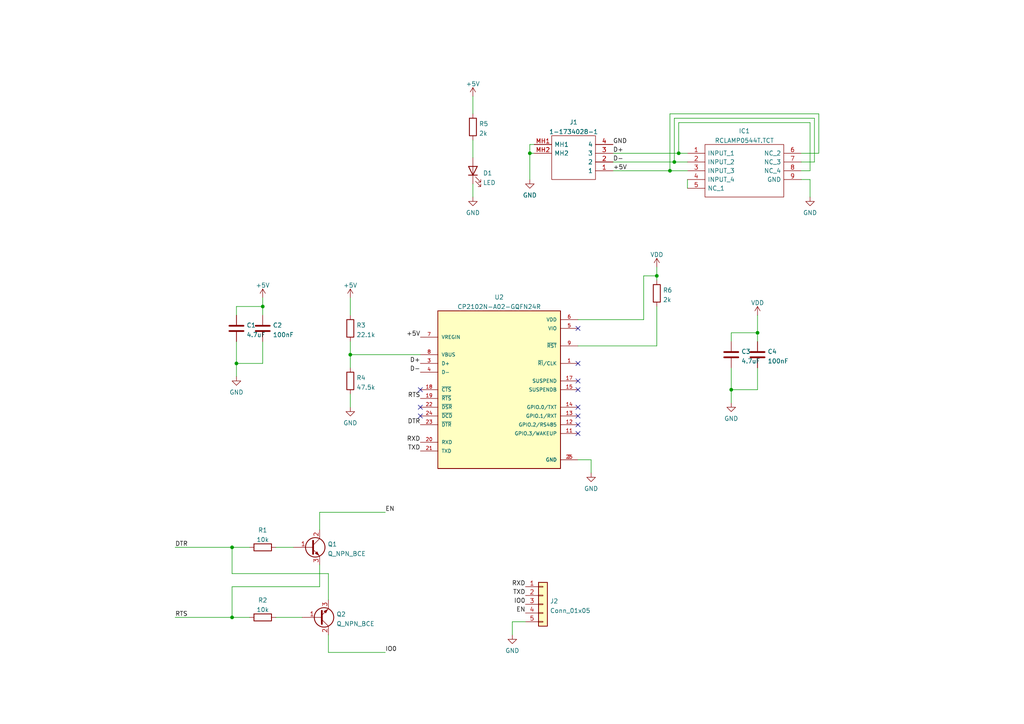
<source format=kicad_sch>
(kicad_sch (version 20211123) (generator eeschema)
  (paper "A4")
  (lib_symbols
    (symbol "Connector_Generic:Conn_01x05" (pin_names (offset 1.016) hide)
      (property "Reference" "J" (at 0 7.62 0))
      (property "Value" "Conn_01x05" (at 0 -7.62 0))
      (symbol "Conn_01x05_1_1"
        (rectangle (start -1.27 -4.953) (end 0 -5.207) (stroke (width 0.1524)))
        (rectangle (start -1.27 -2.413) (end 0 -2.667) (stroke (width 0.1524)))
        (rectangle (start -1.27 0.127) (end 0 -0.127) (stroke (width 0.1524)))
        (rectangle (start -1.27 2.667) (end 0 2.413) (stroke (width 0.1524)))
        (rectangle (start -1.27 5.207) (end 0 4.953) (stroke (width 0.1524)))
        (rectangle (start -1.27 6.35) (end 1.27 -6.35) (stroke (width 0.254)) (fill (type background)))
        (pin passive line (at -5.08 5.08 0) (length 3.81) (name "Pin_1") (number "1"))
        (pin passive line (at -5.08 2.54 0) (length 3.81) (name "Pin_2") (number "2"))
        (pin passive line (at -5.08 0 0) (length 3.81) (name "Pin_3") (number "3"))
        (pin passive line (at -5.08 -2.54 0) (length 3.81) (name "Pin_4") (number "4"))
        (pin passive line (at -5.08 -5.08 0) (length 3.81) (name "Pin_5") (number "5"))
      )
    )
    (symbol "Device:C" (pin_numbers hide) (pin_names (offset 0.254))
      (property "Reference" "C" (at 0.635 2.54 0))
      (property "Value" "C" (at 0.635 -2.54 0))
      (symbol "C_0_1"
        (polyline (pts (xy -2.032 -0.762) (xy 2.032 -0.762)) (stroke (width 0.508)))
        (polyline (pts (xy -2.032 0.762) (xy 2.032 0.762)) (stroke (width 0.508)))
      )
      (symbol "C_1_1"
        (pin passive line (at 0 3.81 270) (length 2.794) (name "~") (number "1"))
        (pin passive line (at 0 -3.81 90) (length 2.794) (name "~") (number "2"))
      )
    )
    (symbol "Device:LED" (pin_numbers hide) (pin_names (offset 1.016) hide)
      (property "Reference" "D" (at 0 2.54 0))
      (property "Value" "LED" (at 0 -2.54 0))
      (symbol "LED_0_1"
        (polyline (pts (xy -1.27 -1.27) (xy -1.27 1.27)) (stroke (width 0.254)))
        (polyline (pts (xy -1.27 0) (xy 1.27 0)))
        (polyline (pts (xy 1.27 -1.27) (xy 1.27 1.27) (xy -1.27 0) (xy 1.27 -1.27)) (stroke (width 0.254)))
        (polyline (pts (xy -3.048 -0.762) (xy -4.572 -2.286) (xy -3.81 -2.286) (xy -4.572 -2.286) (xy -4.572 -1.524)))
        (polyline (pts (xy -1.778 -0.762) (xy -3.302 -2.286) (xy -2.54 -2.286) (xy -3.302 -2.286) (xy -3.302 -1.524)))
      )
      (symbol "LED_1_1"
        (pin passive line (at -3.81 0 0) (length 2.54) (name "K") (number "1"))
        (pin passive line (at 3.81 0 180) (length 2.54) (name "A") (number "2"))
      )
    )
    (symbol "Device:Q_NPN_BCE" (pin_names (offset 0) hide)
      (property "Reference" "Q" (at 5.08 1.27 0))
      (property "Value" "Q_NPN_BCE" (at 5.08 -1.27 0))
      (symbol "Q_NPN_BCE_0_1"
        (polyline (pts (xy 0.635 0.635) (xy 2.54 2.54)))
        (polyline (pts (xy 0.635 -0.635) (xy 2.54 -2.54) (xy 2.54 -2.54)))
        (polyline (pts (xy 0.635 1.905) (xy 0.635 -1.905) (xy 0.635 -1.905)) (stroke (width 0.508)))
        (polyline (pts (xy 1.27 -1.778) (xy 1.778 -1.27) (xy 2.286 -2.286) (xy 1.27 -1.778) (xy 1.27 -1.778)) (fill (type outline)))
        (circle (center 1.27 0) (radius 2.8194) (stroke (width 0.254)))
      )
      (symbol "Q_NPN_BCE_1_1"
        (pin input line (at -5.08 0 0) (length 5.715) (name "B") (number "1"))
        (pin passive line (at 2.54 5.08 270) (length 2.54) (name "C") (number "2"))
        (pin passive line (at 2.54 -5.08 90) (length 2.54) (name "E") (number "3"))
      )
    )
    (symbol "Device:R" (pin_numbers hide) (pin_names (offset 0))
      (property "Reference" "R" (at 2.032 0 90))
      (property "Value" "R" (at 0 0 90))
      (symbol "R_0_1"
        (rectangle (start -1.016 -2.54) (end 1.016 2.54) (stroke (width 0.254)))
      )
      (symbol "R_1_1"
        (pin passive line (at 0 3.81 270) (length 1.27) (name "~") (number "1"))
        (pin passive line (at 0 -3.81 90) (length 1.27) (name "~") (number "2"))
      )
    )
    (symbol "ESP32_programmer:1-1734028-1" (pin_names (offset 0.762))
      (property "Reference" "J" (at 19.05 7.62 0))
      (property "Value" "1-1734028-1" (at 19.05 5.08 0))
      (symbol "1-1734028-1_0_0"
        (pin passive line (at 22.86 -7.62 180) (length 5.08) (name "1") (number "1"))
        (pin passive line (at 22.86 -5.08 180) (length 5.08) (name "2") (number "2"))
        (pin passive line (at 22.86 -2.54 180) (length 5.08) (name "3") (number "3"))
        (pin passive line (at 22.86 0 180) (length 5.08) (name "4") (number "4"))
        (pin passive line (at 0 0 0) (length 5.08) (name "MH1") (number "MH1"))
        (pin passive line (at 0 -2.54 0) (length 5.08) (name "MH2") (number "MH2"))
      )
      (symbol "1-1734028-1_0_1"
        (polyline (pts (xy 5.08 2.54) (xy 17.78 2.54) (xy 17.78 -10.16) (xy 5.08 -10.16) (xy 5.08 2.54)) (stroke (width 0.1524)))
      )
    )
    (symbol "ESP32_programmer:CP2102N-A02-GQFN24R" (pin_names (offset 1.016))
      (property "Reference" "U" (at -17.78 23.8506 0))
      (property "Value" "CP2102N-A02-GQFN24R" (at -17.78 -25.4 0))
      (symbol "CP2102N-A02-GQFN24R_0_0"
        (rectangle (start -17.78 -22.86) (end 17.78 22.86) (stroke (width 0.254)) (fill (type background)))
        (pin bidirectional line (at 22.86 7.62 180) (length 5.08) (name "~{RI}/CLK") (number "1"))
        (pin bidirectional line (at 22.86 -12.7 180) (length 5.08) (name "GPIO.3/WAKEUP") (number "11"))
        (pin bidirectional line (at 22.86 -10.16 180) (length 5.08) (name "GPIO.2/RS485") (number "12"))
        (pin bidirectional line (at 22.86 -7.62 180) (length 5.08) (name "GPIO.1/RXT") (number "13"))
        (pin bidirectional line (at 22.86 -5.08 180) (length 5.08) (name "GPIO.0/TXT") (number "14"))
        (pin output line (at 22.86 0 180) (length 5.08) (name "SUSPENDB") (number "15"))
        (pin output line (at 22.86 2.54 180) (length 5.08) (name "SUSPEND") (number "17"))
        (pin input line (at -22.86 0 0) (length 5.08) (name "~{CTS}") (number "18"))
        (pin output line (at -22.86 -2.54 0) (length 5.08) (name "~{RTS}") (number "19"))
        (pin power_in line (at 22.86 -20.32 180) (length 5.08) (name "GND") (number "2"))
        (pin input line (at -22.86 -15.24 0) (length 5.08) (name "RXD") (number "20"))
        (pin output line (at -22.86 -17.78 0) (length 5.08) (name "TXD") (number "21"))
        (pin input line (at -22.86 -5.08 0) (length 5.08) (name "~{DSR}") (number "22"))
        (pin output line (at -22.86 -10.16 0) (length 5.08) (name "~{DTR}") (number "23"))
        (pin input line (at -22.86 -7.62 0) (length 5.08) (name "~{DCD}") (number "24"))
        (pin power_in line (at 22.86 -20.32 180) (length 5.08) (name "GND") (number "25"))
        (pin bidirectional line (at -22.86 7.62 0) (length 5.08) (name "D+") (number "3"))
        (pin bidirectional line (at -22.86 5.08 0) (length 5.08) (name "D-") (number "4"))
        (pin power_in line (at 22.86 17.78 180) (length 5.08) (name "VIO") (number "5"))
        (pin power_in line (at 22.86 20.32 180) (length 5.08) (name "VDD") (number "6"))
        (pin input line (at -22.86 15.24 0) (length 5.08) (name "VREGIN") (number "7"))
        (pin input line (at -22.86 10.16 0) (length 5.08) (name "VBUS") (number "8"))
        (pin bidirectional line (at 22.86 12.7 180) (length 5.08) (name "~{RST}") (number "9"))
      )
    )
    (symbol "ESP32_programmer:RCLAMP0544T.TCT" (pin_names (offset 0.762))
      (property "Reference" "IC" (at 29.21 7.62 0))
      (property "Value" "RCLAMP0544T.TCT" (at 29.21 5.08 0))
      (symbol "RCLAMP0544T.TCT_0_0"
        (pin passive line (at 0 0 0) (length 5.08) (name "INPUT_1") (number "1"))
        (pin passive line (at 0 -2.54 0) (length 5.08) (name "INPUT_2") (number "2"))
        (pin passive line (at 0 -5.08 0) (length 5.08) (name "INPUT_3") (number "3"))
        (pin passive line (at 0 -7.62 0) (length 5.08) (name "INPUT_4") (number "4"))
        (pin passive line (at 0 -10.16 0) (length 5.08) (name "NC_1") (number "5"))
        (pin passive line (at 33.02 0 180) (length 5.08) (name "NC_2") (number "6"))
        (pin passive line (at 33.02 -2.54 180) (length 5.08) (name "NC_3") (number "7"))
        (pin passive line (at 33.02 -5.08 180) (length 5.08) (name "NC_4") (number "8"))
        (pin passive line (at 33.02 -7.62 180) (length 5.08) (name "GND") (number "9"))
      )
      (symbol "RCLAMP0544T.TCT_0_1"
        (polyline (pts (xy 5.08 2.54) (xy 27.94 2.54) (xy 27.94 -12.7) (xy 5.08 -12.7) (xy 5.08 2.54)) (stroke (width 0.1524)))
      )
    )
    (symbol "power:+5V" (power) (pin_names (offset 0))
      (property "Value" "+5V" (at 0 3.556 0))
      (symbol "+5V_0_1"
        (polyline (pts (xy -0.762 1.27) (xy 0 2.54)))
        (polyline (pts (xy 0 0) (xy 0 2.54)))
        (polyline (pts (xy 0 2.54) (xy 0.762 1.27)))
      )
      (symbol "+5V_1_1"
        (pin power_in line (at 0 0 90) (length 0) hide (name "+5V") (number "1"))
      )
    )
    (symbol "power:GND" (power) (pin_names (offset 0))
      (property "Value" "GND" (at 0 -3.81 0))
      (symbol "GND_0_1"
        (polyline (pts (xy 0 0) (xy 0 -1.27) (xy 1.27 -1.27) (xy 0 -2.54) (xy -1.27 -1.27) (xy 0 -1.27)))
      )
      (symbol "GND_1_1"
        (pin power_in line (at 0 0 270) (length 0) hide (name "GND") (number "1"))
      )
    )
    (symbol "power:VDD" (power) (pin_names (offset 0))
      (property "Value" "VDD" (at 0 3.81 0))
      (symbol "VDD_0_1"
        (polyline (pts (xy -0.762 1.27) (xy 0 2.54)))
        (polyline (pts (xy 0 0) (xy 0 2.54)))
        (polyline (pts (xy 0 2.54) (xy 0.762 1.27)))
      )
      (symbol "VDD_1_1"
        (pin power_in line (at 0 0 90) (length 0) hide (name "VDD") (number "1"))
      )
    )
  )
  (junction (at 68.58 105.41))
  (junction (at 76.2 88.9))
  (junction (at 101.6 102.87))
  (junction (at 219.71 96.52))
  (junction (at 196.85 44.45))
  (junction (at 67.31 179.07))
  (junction (at 212.09 113.03))
  (junction (at 195.58 46.99))
  (junction (at 194.31 49.53))
  (junction (at 153.67 44.45))
  (junction (at 67.31 158.75))
  (junction (at 190.5 80.01))
  (no_connect (at 167.64 118.11))
  (no_connect (at 167.64 120.65))
  (no_connect (at 167.64 123.19))
  (no_connect (at 167.64 125.73))
  (no_connect (at 167.64 113.03))
  (no_connect (at 167.64 110.49))
  (no_connect (at 167.64 105.41))
  (no_connect (at 167.64 95.25))
  (no_connect (at 121.92 113.03))
  (no_connect (at 121.92 118.11))
  (no_connect (at 121.92 120.65))
  (wire (pts (xy 195.58 46.99) (xy 195.58 34.29)))
  (wire (pts (xy 95.25 189.23) (xy 111.76 189.23)))
  (wire (pts (xy 186.69 92.71) (xy 186.69 80.01)))
  (wire (pts (xy 67.31 166.37) (xy 67.31 158.75)))
  (wire (pts (xy 196.85 35.56) (xy 234.95 35.56)))
  (wire (pts (xy 196.85 44.45) (xy 199.39 44.45)))
  (wire (pts (xy 76.2 86.36) (xy 76.2 88.9)))
  (wire (pts (xy 95.25 173.99) (xy 95.25 166.37)))
  (wire (pts (xy 121.92 102.87) (xy 101.6 102.87)))
  (wire (pts (xy 68.58 99.06) (xy 68.58 105.41)))
  (wire (pts (xy 194.31 49.53) (xy 199.39 49.53)))
  (wire (pts (xy 177.8 46.99) (xy 195.58 46.99)))
  (wire (pts (xy 101.6 99.06) (xy 101.6 102.87)))
  (wire (pts (xy 153.67 44.45) (xy 153.67 52.07)))
  (wire (pts (xy 80.01 158.75) (xy 85.09 158.75)))
  (wire (pts (xy 212.09 106.68) (xy 212.09 113.03)))
  (wire (pts (xy 232.41 52.07) (xy 234.95 52.07)))
  (wire (pts (xy 177.8 44.45) (xy 196.85 44.45)))
  (wire (pts (xy 177.8 49.53) (xy 194.31 49.53)))
  (wire (pts (xy 92.71 170.18) (xy 67.31 170.18)))
  (wire (pts (xy 137.16 40.64) (xy 137.16 45.72)))
  (wire (pts (xy 171.45 133.35) (xy 171.45 137.16)))
  (wire (pts (xy 236.22 34.29) (xy 236.22 46.99)))
  (wire (pts (xy 80.01 179.07) (xy 87.63 179.07)))
  (wire (pts (xy 194.31 49.53) (xy 194.31 33.02)))
  (wire (pts (xy 195.58 46.99) (xy 199.39 46.99)))
  (wire (pts (xy 67.31 179.07) (xy 72.39 179.07)))
  (wire (pts (xy 137.16 53.34) (xy 137.16 57.15)))
  (wire (pts (xy 137.16 27.94) (xy 137.16 33.02)))
  (wire (pts (xy 234.95 52.07) (xy 234.95 57.15)))
  (wire (pts (xy 95.25 184.15) (xy 95.25 189.23)))
  (wire (pts (xy 190.5 88.9) (xy 190.5 100.33)))
  (wire (pts (xy 101.6 114.3) (xy 101.6 118.11)))
  (wire (pts (xy 153.67 44.45) (xy 154.94 44.45)))
  (wire (pts (xy 68.58 105.41) (xy 68.58 109.22)))
  (wire (pts (xy 68.58 91.44) (xy 68.58 88.9)))
  (wire (pts (xy 154.94 41.91) (xy 153.67 41.91)))
  (wire (pts (xy 50.8 158.75) (xy 67.31 158.75)))
  (wire (pts (xy 68.58 105.41) (xy 76.2 105.41)))
  (wire (pts (xy 68.58 88.9) (xy 76.2 88.9)))
  (wire (pts (xy 152.4 180.34) (xy 148.59 180.34)))
  (wire (pts (xy 101.6 102.87) (xy 101.6 106.68)))
  (wire (pts (xy 153.67 41.91) (xy 153.67 44.45)))
  (wire (pts (xy 196.85 44.45) (xy 196.85 35.56)))
  (wire (pts (xy 92.71 163.83) (xy 92.71 170.18)))
  (wire (pts (xy 194.31 33.02) (xy 237.49 33.02)))
  (wire (pts (xy 212.09 113.03) (xy 212.09 116.84)))
  (wire (pts (xy 237.49 33.02) (xy 237.49 44.45)))
  (wire (pts (xy 167.64 92.71) (xy 186.69 92.71)))
  (wire (pts (xy 212.09 99.06) (xy 212.09 96.52)))
  (wire (pts (xy 92.71 148.59) (xy 111.76 148.59)))
  (wire (pts (xy 219.71 113.03) (xy 219.71 106.68)))
  (wire (pts (xy 92.71 153.67) (xy 92.71 148.59)))
  (wire (pts (xy 50.8 179.07) (xy 67.31 179.07)))
  (wire (pts (xy 236.22 46.99) (xy 232.41 46.99)))
  (wire (pts (xy 190.5 100.33) (xy 167.64 100.33)))
  (wire (pts (xy 67.31 170.18) (xy 67.31 179.07)))
  (wire (pts (xy 148.59 180.34) (xy 148.59 184.15)))
  (wire (pts (xy 199.39 52.07) (xy 199.39 54.61)))
  (wire (pts (xy 167.64 133.35) (xy 171.45 133.35)))
  (wire (pts (xy 76.2 105.41) (xy 76.2 99.06)))
  (wire (pts (xy 212.09 113.03) (xy 219.71 113.03)))
  (wire (pts (xy 186.69 80.01) (xy 190.5 80.01)))
  (wire (pts (xy 95.25 166.37) (xy 67.31 166.37)))
  (wire (pts (xy 212.09 96.52) (xy 219.71 96.52)))
  (wire (pts (xy 219.71 96.52) (xy 219.71 99.06)))
  (wire (pts (xy 195.58 34.29) (xy 236.22 34.29)))
  (wire (pts (xy 219.71 91.44) (xy 219.71 96.52)))
  (wire (pts (xy 76.2 88.9) (xy 76.2 91.44)))
  (wire (pts (xy 190.5 77.47) (xy 190.5 80.01)))
  (wire (pts (xy 234.95 35.56) (xy 234.95 49.53)))
  (wire (pts (xy 190.5 80.01) (xy 190.5 81.28)))
  (wire (pts (xy 234.95 49.53) (xy 232.41 49.53)))
  (wire (pts (xy 237.49 44.45) (xy 232.41 44.45)))
  (wire (pts (xy 67.31 158.75) (xy 72.39 158.75)))
  (wire (pts (xy 101.6 91.44) (xy 101.6 86.36)))
  (label "DTR" (at 121.92 123.19 180))
  (label "TXD" (at 121.92 130.81 180))
  (label "RXD" (at 152.4 170.18 180))
  (label "D+" (at 121.92 105.41 180))
  (label "IO0" (at 152.4 175.26 180))
  (label "EN" (at 111.76 148.59 0))
  (label "IO0" (at 111.76 189.23 0))
  (label "TXD" (at 152.4 172.72 180))
  (label "EN" (at 152.4 177.8 180))
  (label "D-" (at 177.8 46.99 0))
  (label "D-" (at 121.92 107.95 180))
  (label "RTS" (at 121.92 115.57 180))
  (label "+5V" (at 177.8 49.53 0))
  (label "D+" (at 177.8 44.45 0))
  (label "+5V" (at 121.92 97.79 180))
  (label "RTS" (at 50.8 179.07 0))
  (label "DTR" (at 50.8 158.75 0))
  (label "RXD" (at 121.92 128.27 180))
  (label "GND" (at 177.8 41.91 0))
  (symbol (lib_id "Device:C") (at 68.58 95.25 0) (unit 1)
    (property "Reference" "C1" (at 71.501 94.3415 0) (effects (justify left)))
    (property "Value" "4.7uF" (at 71.501 97.1166 0) (effects (justify left)))
    (property "Footprint" "Capacitor_SMD:C_1206_3216Metric" (effects hide))
  )
  (symbol (lib_id "Device:R") (at 101.6 110.49 0) (unit 1)
    (property "Reference" "R4" (at 103.378 109.5815 0) (effects (justify left)))
    (property "Value" "47.5k" (at 103.378 112.3566 0) (effects (justify left)))
    (property "Footprint" "Resistor_SMD:R_1206_3216Metric" (effects hide))
  )
  (symbol (lib_id "power:GND") (at 153.67 52.07 0) (unit 1)
    (property "Reference" "#PWR0101" (effects hide))
    (property "Value" "GND" (at 153.67 56.6325 0))
  )
  (symbol (lib_id "Device:Q_NPN_BCE") (at 92.71 179.07 0) (mirror x) (unit 1)
    (property "Reference" "Q2" (at 97.5614 178.1615 0) (effects (justify left)))
    (property "Value" "Q_NPN_BCE" (at 97.5614 180.9366 0) (effects (justify left)))
    (property "Footprint" "Package_TO_SOT_SMD:SOT-23" (effects hide))
  )
  (symbol (lib_id "power:GND") (at 137.16 57.15 0) (unit 1)
    (property "Reference" "#PWR0107" (effects hide))
    (property "Value" "GND" (at 137.16 61.7125 0))
  )
  (symbol (lib_id "Device:C") (at 219.71 102.87 0) (unit 1)
    (property "Reference" "C4" (at 222.631 101.9615 0) (effects (justify left)))
    (property "Value" "100nF" (at 222.631 104.7366 0) (effects (justify left)))
    (property "Footprint" "Capacitor_SMD:C_1206_3216Metric" (effects hide))
  )
  (symbol (lib_id "power:VDD") (at 190.5 77.47 0) (unit 1)
    (property "Reference" "#PWR0102" (effects hide))
    (property "Value" "VDD" (at 190.5 73.8655 0))
  )
  (symbol (lib_id "power:+5V") (at 76.2 86.36 0) (unit 1)
    (property "Reference" "#PWR0113" (effects hide))
    (property "Value" "+5V" (at 76.2 82.7555 0))
  )
  (symbol (lib_id "power:VDD") (at 219.71 91.44 0) (unit 1)
    (property "Reference" "#PWR0105" (effects hide))
    (property "Value" "VDD" (at 219.71 87.8355 0))
  )
  (symbol (lib_id "ESP32_programmer:1-1734028-1") (at 154.94 41.91 0) (unit 1)
    (property "Reference" "J1" (at 166.37 35.4543 0))
    (property "Value" "1-1734028-1" (at 166.37 38.2294 0))
    (property "Footprint" "ESP32_programmer:USB_plug" (effects hide))
    (property "Datasheet" "https://componentsearchengine.com/Datasheets/1/1-1734028-1.pdf" (effects hide))
    (property "Description" "USB Connectors" (effects hide))
    (property "Height" "4.7" (effects hide))
    (property "Mouser Part Number" "571-1-1734028-1" (effects hide))
    (property "Mouser Price/Stock" "https://www.mouser.co.uk/ProductDetail/TE-Connectivity/1-1734028-1?qs=28ld6GkVMjS2qvjYvVkH5Q%3D%3D" (effects hide))
    (property "Manufacturer_Name" "TE Connectivity" (effects hide))
    (property "Manufacturer_Part_Number" "1-1734028-1" (effects hide))
  )
  (symbol (lib_id "Device:LED") (at 137.16 49.53 90) (unit 1)
    (property "Reference" "D1" (at 140.081 50.209 90) (effects (justify right)))
    (property "Value" "LED" (at 140.081 52.9841 90) (effects (justify right)))
    (property "Footprint" "LED_SMD:LED_1206_3216Metric" (effects hide))
  )
  (symbol (lib_id "Device:Q_NPN_BCE") (at 90.17 158.75 0) (unit 1)
    (property "Reference" "Q1" (at 95.0214 157.8415 0) (effects (justify left)))
    (property "Value" "Q_NPN_BCE" (at 95.0214 160.6166 0) (effects (justify left)))
    (property "Footprint" "Package_TO_SOT_SMD:SOT-23" (effects hide))
  )
  (symbol (lib_id "power:GND") (at 68.58 109.22 0) (unit 1)
    (property "Reference" "#PWR0112" (effects hide))
    (property "Value" "GND" (at 68.58 113.7825 0))
  )
  (symbol (lib_id "Device:R") (at 137.16 36.83 0) (unit 1)
    (property "Reference" "R5" (at 138.938 35.9215 0) (effects (justify left)))
    (property "Value" "2k" (at 138.938 38.6966 0) (effects (justify left)))
    (property "Footprint" "Resistor_SMD:R_1206_3216Metric" (effects hide))
  )
  (symbol (lib_id "power:GND") (at 171.45 137.16 0) (unit 1)
    (property "Reference" "#PWR0109" (effects hide))
    (property "Value" "GND" (at 171.45 141.7225 0))
  )
  (symbol (lib_id "power:GND") (at 148.59 184.15 0) (unit 1)
    (property "Reference" "#PWR0110" (effects hide))
    (property "Value" "GND" (at 148.59 188.7125 0))
  )
  (symbol (lib_id "power:+5V") (at 137.16 27.94 0) (unit 1)
    (property "Reference" "#PWR0103" (effects hide))
    (property "Value" "+5V" (at 137.16 24.3355 0))
  )
  (symbol (lib_id "Connector_Generic:Conn_01x05") (at 157.48 175.26 0) (unit 1)
    (property "Reference" "J2" (at 159.512 174.3515 0) (effects (justify left)))
    (property "Value" "Conn_01x05" (at 159.512 177.1266 0) (effects (justify left)))
    (property "Footprint" "Connector_PinHeader_2.54mm:PinHeader_1x05_P2.54mm_Vertical" (effects hide))
  )
  (symbol (lib_id "Device:C") (at 212.09 102.87 0) (unit 1)
    (property "Reference" "C3" (at 215.011 101.9615 0) (effects (justify left)))
    (property "Value" "4.7uF" (at 215.011 104.7366 0) (effects (justify left)))
    (property "Footprint" "Capacitor_SMD:C_1206_3216Metric" (effects hide))
  )
  (symbol (lib_id "power:GND") (at 212.09 116.84 0) (unit 1)
    (property "Reference" "#PWR0106" (effects hide))
    (property "Value" "GND" (at 212.09 121.4025 0))
  )
  (symbol (lib_id "Device:C") (at 76.2 95.25 0) (unit 1)
    (property "Reference" "C2" (at 79.121 94.3415 0) (effects (justify left)))
    (property "Value" "100nF" (at 79.121 97.1166 0) (effects (justify left)))
    (property "Footprint" "Capacitor_SMD:C_1206_3216Metric" (effects hide))
  )
  (symbol (lib_id "ESP32_programmer:RCLAMP0544T.TCT") (at 199.39 44.45 0) (unit 1)
    (property "Reference" "IC1" (at 215.9 37.9943 0))
    (property "Value" "RCLAMP0544T.TCT" (at 215.9 40.7694 0))
    (property "Footprint" "ESP32_programmer:RCLAMP0544TTCT" (effects hide))
    (property "Description" "SEMTECH - RCLAMP0544T.TCT - 4L<" (effects hide))
    (property "Height" "0.43" (effects hide))
    (property "Mouser Part Number" "947-RCLAMP0544T.TCT" (effects hide))
    (property "Mouser Price/Stock" "https://www.mouser.co.uk/ProductDetail/Semtech/RCLAMP0544TTCT?qs=rBWM4%252BvDhIf4Uvh9OfvDvw%3D%3D" (effects hide))
    (property "Manufacturer_Name" "SEMTECH" (effects hide))
    (property "Manufacturer_Part_Number" "RCLAMP0544T.TCT" (effects hide))
  )
  (symbol (lib_id "power:+5V") (at 101.6 86.36 0) (unit 1)
    (property "Reference" "#PWR0108" (effects hide))
    (property "Value" "+5V" (at 101.6 82.7555 0))
  )
  (symbol (lib_id "Device:R") (at 76.2 179.07 90) (unit 1)
    (property "Reference" "R2" (at 76.2 174.0875 90))
    (property "Value" "10k" (at 76.2 176.8626 90))
    (property "Footprint" "Resistor_SMD:R_1206_3216Metric" (effects hide))
  )
  (symbol (lib_id "ESP32_programmer:CP2102N-A02-GQFN24R") (at 144.78 113.03 0) (unit 1)
    (property "Reference" "U2" (at 144.78 86.2035 0))
    (property "Value" "CP2102N-A02-GQFN24R" (at 144.78 88.9786 0))
    (property "Footprint" "ESP32_programmer:CP2102N-A02-GQFN24R" (effects hide))
    (property "E_MAX" "4.0" (effects hide))
    (property "B_NOM" "0.24" (effects hide))
    (property "A_MAX" "0.8" (effects hide))
    (property "D_NOM" "4.0" (effects hide))
    (property "E_NOM" "4.0" (effects hide))
    (property "E_MIN" "4.0" (effects hide))
    (property "D2_NOM" "2.45" (effects hide))
    (property "PIN_COUNT_E" "6.0" (effects hide))
    (property "PIN_COUNT_D" "6.0" (effects hide))
    (property "PARTREV" "1.3" (effects hide))
    (property "L_MIN" "0.3" (effects hide))
    (property "L_NOM" "0.4" (effects hide))
    (property "L_MAX" "0.5" (effects hide))
    (property "E2_NOM" "2.45" (effects hide))
    (property "STANDARD" "IPC 7351B" (effects hide))
    (property "B_MIN" "0.18" (effects hide))
    (property "MANUFACTURER" "Silicon Labs" (effects hide))
    (property "D_MIN" "4.0" (effects hide))
    (property "B_MAX" "0.3" (effects hide))
    (property "ENOM" "0.5" (effects hide))
    (property "D_MAX" "4.0" (effects hide))
  )
  (symbol (lib_id "power:GND") (at 101.6 118.11 0) (unit 1)
    (property "Reference" "#PWR0111" (effects hide))
    (property "Value" "GND" (at 101.6 122.6725 0))
  )
  (symbol (lib_id "Device:R") (at 190.5 85.09 0) (unit 1)
    (property "Reference" "R6" (at 192.278 84.1815 0) (effects (justify left)))
    (property "Value" "2k" (at 192.278 86.9566 0) (effects (justify left)))
    (property "Footprint" "Resistor_SMD:R_1206_3216Metric" (effects hide))
  )
  (symbol (lib_id "power:GND") (at 234.95 57.15 0) (unit 1)
    (property "Reference" "#PWR0104" (effects hide))
    (property "Value" "GND" (at 234.95 61.7125 0))
  )
  (symbol (lib_id "Device:R") (at 101.6 95.25 0) (unit 1)
    (property "Reference" "R3" (at 103.378 94.3415 0) (effects (justify left)))
    (property "Value" "22.1k" (at 103.378 97.1166 0) (effects (justify left)))
    (property "Footprint" "Resistor_SMD:R_1206_3216Metric" (effects hide))
  )
  (symbol (lib_id "Device:R") (at 76.2 158.75 90) (unit 1)
    (property "Reference" "R1" (at 76.2 153.7675 90))
    (property "Value" "10k" (at 76.2 156.5426 90))
    (property "Footprint" "Resistor_SMD:R_1206_3216Metric" (effects hide))
  )
)
</source>
